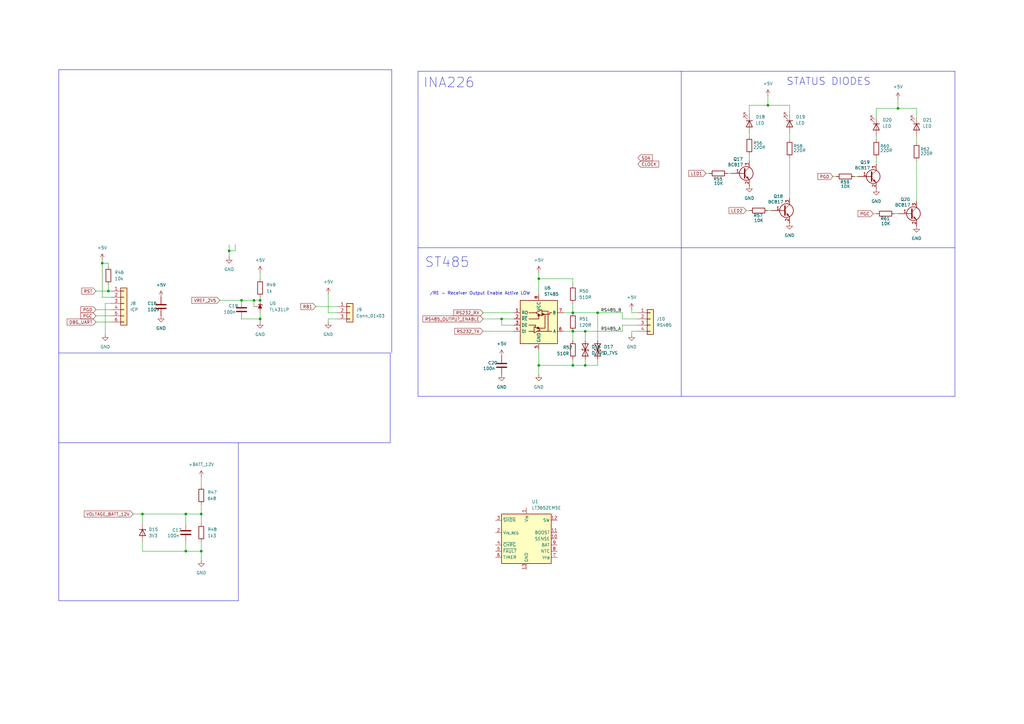
<source format=kicad_sch>
(kicad_sch (version 20231120) (generator "eeschema") (generator_version "8.0")
  (paper "A3")
  (lib_symbols
    (symbol "Battery_Management:LT3652EMSE"
      (property "Reference" "U" (at -8.382 11.43 0))
      (property "Value" "LT3652EMSE" (at 1.778 11.684 0))
      (symbol "LT3652EMSE_0_1"
        (rectangle (start -10.16 10.16) (end 10.16 -10.16) (stroke (width 0.254)) (fill (type background)))
      )
      (symbol "LT3652EMSE_1_1"
        (pin power_in line (at 0 12.7 270) (length 2.54) (name "V_{IN}") (number "1"))
        (pin input line (at 12.7 0 180) (length 2.54) (name "SENSE") (number "10"))
        (pin input line (at 12.7 2.54 180) (length 2.54) (name "BOOST") (number "11"))
        (pin output line (at 12.7 7.62 180) (length 2.54) (name "SW") (number "12"))
        (pin power_in line (at 0 -12.7 90) (length 2.54) (name "GND") (number "13"))
        (pin input line (at -12.7 2.54 0) (length 2.54) (name "V_{IN_REG}") (number "2"))
        (pin input line (at -12.7 7.62 0) (length 2.54) (name "~{SHDN}") (number "3"))
        (pin open_collector line (at -12.7 -2.54 0) (length 2.54) (name "~{CHRG}") (number "4"))
        (pin open_collector line (at -12.7 -5.08 0) (length 2.54) (name "~{FAULT}") (number "5"))
        (pin output line (at -12.7 -7.62 0) (length 2.54) (name "TIMER") (number "6"))
        (pin input line (at 12.7 -7.62 180) (length 2.54) (name "V_{FB}") (number "7"))
        (pin input line (at 12.7 -5.08 180) (length 2.54) (name "NTC") (number "8"))
        (pin output line (at 12.7 -2.54 180) (length 2.54) (name "BAT") (number "9"))
      )
    )
    (symbol "Connector_Generic:Conn_01x03" (pin_names (offset 1.016) hide)
      (property "Reference" "J" (at 0 5.08 0))
      (property "Value" "Conn_01x03" (at 0 -5.08 0))
      (symbol "Conn_01x03_1_1"
        (rectangle (start -1.27 -2.413) (end 0 -2.667) (stroke (width 0.1524)))
        (rectangle (start -1.27 0.127) (end 0 -0.127) (stroke (width 0.1524)))
        (rectangle (start -1.27 2.667) (end 0 2.413) (stroke (width 0.1524)))
        (rectangle (start -1.27 3.81) (end 1.27 -3.81) (stroke (width 0.254)) (fill (type background)))
        (pin passive line (at -5.08 2.54 0) (length 3.81) (name "Pin_1") (number "1"))
        (pin passive line (at -5.08 0 0) (length 3.81) (name "Pin_2") (number "2"))
        (pin passive line (at -5.08 -2.54 0) (length 3.81) (name "Pin_3") (number "3"))
      )
    )
    (symbol "Connector_Generic:Conn_01x04" (pin_names (offset 1.016) hide)
      (property "Reference" "J" (at 0 5.08 0))
      (property "Value" "Conn_01x04" (at 0 -7.62 0))
      (symbol "Conn_01x04_1_1"
        (rectangle (start -1.27 -4.953) (end 0 -5.207) (stroke (width 0.1524)))
        (rectangle (start -1.27 -2.413) (end 0 -2.667) (stroke (width 0.1524)))
        (rectangle (start -1.27 0.127) (end 0 -0.127) (stroke (width 0.1524)))
        (rectangle (start -1.27 2.667) (end 0 2.413) (stroke (width 0.1524)))
        (rectangle (start -1.27 3.81) (end 1.27 -6.35) (stroke (width 0.254)) (fill (type background)))
        (pin passive line (at -5.08 2.54 0) (length 3.81) (name "Pin_1") (number "1"))
        (pin passive line (at -5.08 0 0) (length 3.81) (name "Pin_2") (number "2"))
        (pin passive line (at -5.08 -2.54 0) (length 3.81) (name "Pin_3") (number "3"))
        (pin passive line (at -5.08 -5.08 0) (length 3.81) (name "Pin_4") (number "4"))
      )
    )
    (symbol "Connector_Generic:Conn_01x06" (pin_names (offset 1.016) hide)
      (property "Reference" "J" (at 0 7.62 0))
      (property "Value" "Conn_01x06" (at 0 -10.16 0))
      (symbol "Conn_01x06_1_1"
        (rectangle (start -1.27 -7.493) (end 0 -7.747) (stroke (width 0.1524)))
        (rectangle (start -1.27 -4.953) (end 0 -5.207) (stroke (width 0.1524)))
        (rectangle (start -1.27 -2.413) (end 0 -2.667) (stroke (width 0.1524)))
        (rectangle (start -1.27 0.127) (end 0 -0.127) (stroke (width 0.1524)))
        (rectangle (start -1.27 2.667) (end 0 2.413) (stroke (width 0.1524)))
        (rectangle (start -1.27 5.207) (end 0 4.953) (stroke (width 0.1524)))
        (rectangle (start -1.27 6.35) (end 1.27 -8.89) (stroke (width 0.254)) (fill (type background)))
        (pin passive line (at -5.08 5.08 0) (length 3.81) (name "Pin_1") (number "1"))
        (pin passive line (at -5.08 2.54 0) (length 3.81) (name "Pin_2") (number "2"))
        (pin passive line (at -5.08 0 0) (length 3.81) (name "Pin_3") (number "3"))
        (pin passive line (at -5.08 -2.54 0) (length 3.81) (name "Pin_4") (number "4"))
        (pin passive line (at -5.08 -5.08 0) (length 3.81) (name "Pin_5") (number "5"))
        (pin passive line (at -5.08 -7.62 0) (length 3.81) (name "Pin_6") (number "6"))
      )
    )
    (symbol "Device:C" (pin_numbers hide) (pin_names (offset 0.254))
      (property "Reference" "C" (at 0.635 2.54 0))
      (property "Value" "C" (at 0.635 -2.54 0))
      (symbol "C_0_1"
        (polyline (pts (xy -2.032 -0.762) (xy 2.032 -0.762)) (stroke (width 0.508)))
        (polyline (pts (xy -2.032 0.762) (xy 2.032 0.762)) (stroke (width 0.508)))
      )
      (symbol "C_1_1"
        (pin passive line (at 0 3.81 270) (length 2.794) (name "~") (number "1"))
        (pin passive line (at 0 -3.81 90) (length 2.794) (name "~") (number "2"))
      )
    )
    (symbol "Device:D_TVS" (pin_numbers hide) (pin_names (offset 1.016) hide)
      (property "Reference" "D" (at 0 2.54 0))
      (property "Value" "D_TVS" (at 0 -2.54 0))
      (symbol "D_TVS_0_1"
        (polyline (pts (xy 1.27 0) (xy -1.27 0)))
        (polyline (pts (xy 0.508 1.27) (xy 0 1.27) (xy 0 -1.27) (xy -0.508 -1.27)) (stroke (width 0.254)))
        (polyline (pts (xy -2.54 1.27) (xy -2.54 -1.27) (xy 2.54 1.27) (xy 2.54 -1.27) (xy -2.54 1.27)) (stroke (width 0.254)))
      )
      (symbol "D_TVS_1_1"
        (pin passive line (at -3.81 0 0) (length 2.54) (name "A1") (number "1"))
        (pin passive line (at 3.81 0 180) (length 2.54) (name "A2") (number "2"))
      )
    )
    (symbol "Device:D_Zener" (pin_numbers hide) (pin_names (offset 1.016) hide)
      (property "Reference" "D" (at 0 2.54 0))
      (property "Value" "D_Zener" (at 0 -2.54 0))
      (symbol "D_Zener_0_1"
        (polyline (pts (xy 1.27 0) (xy -1.27 0)))
        (polyline (pts (xy -1.27 -1.27) (xy -1.27 1.27) (xy -0.762 1.27)) (stroke (width 0.254)))
        (polyline (pts (xy 1.27 -1.27) (xy 1.27 1.27) (xy -1.27 0) (xy 1.27 -1.27)) (stroke (width 0.254)))
      )
      (symbol "D_Zener_1_1"
        (pin passive line (at -3.81 0 0) (length 2.54) (name "K") (number "1"))
        (pin passive line (at 3.81 0 180) (length 2.54) (name "A") (number "2"))
      )
    )
    (symbol "Device:LED" (pin_numbers hide) (pin_names (offset 1.016) hide)
      (property "Reference" "D" (at 0 2.54 0))
      (property "Value" "LED" (at 0 -2.54 0))
      (symbol "LED_0_1"
        (polyline (pts (xy -1.27 -1.27) (xy -1.27 1.27)) (stroke (width 0.254)))
        (polyline (pts (xy -1.27 0) (xy 1.27 0)))
        (polyline (pts (xy 1.27 -1.27) (xy 1.27 1.27) (xy -1.27 0) (xy 1.27 -1.27)) (stroke (width 0.254)))
        (polyline (pts (xy -3.048 -0.762) (xy -4.572 -2.286) (xy -3.81 -2.286) (xy -4.572 -2.286) (xy -4.572 -1.524)))
        (polyline (pts (xy -1.778 -0.762) (xy -3.302 -2.286) (xy -2.54 -2.286) (xy -3.302 -2.286) (xy -3.302 -1.524)))
      )
      (symbol "LED_1_1"
        (pin passive line (at -3.81 0 0) (length 2.54) (name "K") (number "1"))
        (pin passive line (at 3.81 0 180) (length 2.54) (name "A") (number "2"))
      )
    )
    (symbol "Device:R" (pin_numbers hide) (pin_names (offset 0))
      (property "Reference" "R" (at 2.032 0 90))
      (property "Value" "R" (at 0 0 90))
      (symbol "R_0_1"
        (rectangle (start -1.016 -2.54) (end 1.016 2.54) (stroke (width 0.254)))
      )
      (symbol "R_1_1"
        (pin passive line (at 0 3.81 270) (length 1.27) (name "~") (number "1"))
        (pin passive line (at 0 -3.81 90) (length 1.27) (name "~") (number "2"))
      )
    )
    (symbol "Interface_UART:ST485EBDR"
      (property "Reference" "U" (at -6.35 8.89 0))
      (property "Value" "ST485EBDR" (at 1.27 8.89 0))
      (symbol "ST485EBDR_0_1"
        (rectangle (start -7.62 7.62) (end 7.62 -10.16) (stroke (width 0.254)) (fill (type background)))
        (circle (center -0.3048 -3.683) (radius 0.3556) (stroke (width 0.254)) (fill (type outline)))
        (circle (center -0.0254 1.4986) (radius 0.3556) (stroke (width 0.254)) (fill (type outline)))
        (polyline (pts (xy -4.064 -5.08) (xy -1.905 -5.08)) (stroke (width 0.254)))
        (polyline (pts (xy -4.064 2.54) (xy -1.27 2.54)) (stroke (width 0.254)))
        (polyline (pts (xy -1.27 -3.2004) (xy -1.27 -3.4544)) (stroke (width 0.254)))
        (polyline (pts (xy -0.635 -5.08) (xy 5.334 -5.08)) (stroke (width 0.254)))
        (polyline (pts (xy -4.064 -2.54) (xy -1.27 -2.54) (xy -1.27 -3.175)) (stroke (width 0.254)))
        (polyline (pts (xy 0 1.27) (xy 0 0) (xy -4.064 0)) (stroke (width 0.254)))
        (polyline (pts (xy 1.27 3.175) (xy 3.81 3.175) (xy 3.81 -5.08)) (stroke (width 0.254)))
        (polyline (pts (xy 2.54 1.905) (xy 2.54 -3.81) (xy 0 -3.81)) (stroke (width 0.254)))
        (polyline (pts (xy -1.905 -3.175) (xy -1.905 -5.715) (xy 0.635 -4.445) (xy -1.905 -3.175)) (stroke (width 0.254)))
        (polyline (pts (xy -1.27 2.54) (xy 1.27 3.81) (xy 1.27 1.27) (xy -1.27 2.54)) (stroke (width 0.254)))
        (polyline (pts (xy 1.905 1.905) (xy 4.445 1.905) (xy 4.445 2.54) (xy 5.334 2.54)) (stroke (width 0.254)))
        (rectangle (start 1.27 3.175) (end 1.27 3.175))
        (circle (center 1.651 1.905) (radius 0.3556) (stroke (width 0.254)) (fill (type outline)))
      )
      (symbol "ST485EBDR_1_1"
        (pin output line (at -10.16 2.54 0) (length 2.54) (name "RO") (number "1"))
        (pin input line (at -10.16 0 0) (length 2.54) (name "~{RE}") (number "2"))
        (pin input line (at -10.16 -2.54 0) (length 2.54) (name "DE") (number "3"))
        (pin input line (at -10.16 -5.08 0) (length 2.54) (name "DI") (number "4"))
        (pin power_in line (at 0 -12.7 90) (length 2.54) (name "GND") (number "5"))
        (pin bidirectional line (at 10.16 -5.08 180) (length 2.54) (name "A") (number "6"))
        (pin bidirectional line (at 10.16 2.54 180) (length 2.54) (name "B") (number "7"))
        (pin power_in line (at 0 10.16 270) (length 2.54) (name "VCC") (number "8"))
      )
    )
    (symbol "Reference_Voltage:TL431LP" (pin_numbers hide) (pin_names hide)
      (property "Reference" "U" (at -2.54 2.54 0))
      (property "Value" "TL431LP" (at 0 -2.54 0))
      (symbol "TL431LP_0_1"
        (polyline (pts (xy -1.27 0) (xy 0 0) (xy 1.27 0)))
        (polyline (pts (xy -0.762 0.762) (xy 0.762 0) (xy -0.762 -0.762)) (fill (type outline)))
        (polyline (pts (xy 0.508 -1.016) (xy 0.762 -0.762) (xy 0.762 0.762) (xy 0.762 0.762)) (stroke (width 0.254)))
      )
      (symbol "TL431LP_1_1"
        (pin passive line (at 0 2.54 270) (length 2.54) (name "REF") (number "1"))
        (pin passive line (at -2.54 0 0) (length 2.54) (name "A") (number "2"))
        (pin passive line (at 2.54 0 180) (length 2.54) (name "K") (number "3"))
      )
    )
    (symbol "Transistor_BJT:BC817" (pin_names (offset 0) hide)
      (property "Reference" "Q" (at 5.08 1.905 0))
      (property "Value" "BC817" (at 5.08 0 0))
      (symbol "BC817_0_1"
        (polyline (pts (xy 0.635 0.635) (xy 2.54 2.54)))
        (polyline (pts (xy 0.635 -0.635) (xy 2.54 -2.54) (xy 2.54 -2.54)))
        (polyline (pts (xy 0.635 1.905) (xy 0.635 -1.905) (xy 0.635 -1.905)) (stroke (width 0.508)))
        (polyline (pts (xy 1.27 -1.778) (xy 1.778 -1.27) (xy 2.286 -2.286) (xy 1.27 -1.778) (xy 1.27 -1.778)) (fill (type outline)))
        (circle (center 1.27 0) (radius 2.8194) (stroke (width 0.254)))
      )
      (symbol "BC817_1_1"
        (pin input line (at -5.08 0 0) (length 5.715) (name "B") (number "1"))
        (pin passive line (at 2.54 -5.08 90) (length 2.54) (name "E") (number "2"))
        (pin passive line (at 2.54 5.08 270) (length 2.54) (name "C") (number "3"))
      )
    )
    (symbol "power:+5V" (power) (pin_numbers hide) (pin_names (offset 0) hide)
      (property "Value" "+5V" (at 0 3.556 0))
      (symbol "+5V_0_1"
        (polyline (pts (xy -0.762 1.27) (xy 0 2.54)))
        (polyline (pts (xy 0 0) (xy 0 2.54)))
        (polyline (pts (xy 0 2.54) (xy 0.762 1.27)))
      )
      (symbol "+5V_1_1"
        (pin power_in line (at 0 0 90) (length 0) (name "~") (number "1"))
      )
    )
    (symbol "power:+BATT" (power) (pin_numbers hide) (pin_names (offset 0) hide)
      (property "Value" "+BATT" (at 0 3.556 0))
      (symbol "+BATT_0_1"
        (polyline (pts (xy -0.762 1.27) (xy 0 2.54)))
        (polyline (pts (xy 0 0) (xy 0 2.54)))
        (polyline (pts (xy 0 2.54) (xy 0.762 1.27)))
      )
      (symbol "+BATT_1_1"
        (pin power_in line (at 0 0 90) (length 0) (name "~") (number "1"))
      )
    )
    (symbol "power:GND" (power) (pin_numbers hide) (pin_names (offset 0) hide)
      (property "Value" "GND" (at 0 -3.81 0))
      (symbol "GND_0_1"
        (polyline (pts (xy 0 0) (xy 0 -1.27) (xy 1.27 -1.27) (xy 0 -2.54) (xy -1.27 -1.27) (xy 0 -1.27)))
      )
      (symbol "GND_1_1"
        (pin power_in line (at 0 0 270) (length 0) (name "~") (number "1"))
      )
    )
  )
  (junction (at 93.98 102.87))
  (junction (at 106.68 123.19))
  (junction (at 44.45 119.38))
  (junction (at 245.11 128.27))
  (junction (at 234.95 149.86))
  (junction (at 220.98 114.3))
  (junction (at 76.2 210.82))
  (junction (at 240.03 135.89))
  (junction (at 82.55 226.06))
  (junction (at 99.06 123.19))
  (junction (at 104.14 123.19))
  (junction (at 314.96 43.18))
  (junction (at 220.98 149.86))
  (junction (at 41.91 107.95))
  (junction (at 76.2 226.06))
  (junction (at 368.3 44.45))
  (junction (at 234.95 135.89))
  (junction (at 58.42 210.82))
  (junction (at 234.95 128.27))
  (junction (at 240.03 149.86))
  (junction (at 106.68 130.81))
  (junction (at 82.55 210.82))
  (junction (at 205.74 130.81))
  (wire (pts (xy 45.72 124.46) (xy 43.18 124.46)))
  (wire (pts (xy 306.07 86.36) (xy 307.34 86.36)))
  (wire (pts (xy 138.43 130.81) (xy 134.62 130.81)))
  (wire (pts (xy 41.91 107.95) (xy 44.45 107.95)))
  (wire (pts (xy 314.96 43.18) (xy 323.85 43.18)))
  (polyline (pts (xy 160.02 144.78) (xy 160.02 181.61)))
  (wire (pts (xy 76.2 210.82) (xy 82.55 210.82)))
  (wire (pts (xy 368.3 40.64) (xy 368.3 44.45)))
  (wire (pts (xy 82.55 226.06) (xy 82.55 229.87)))
  (wire (pts (xy 255.27 133.35) (xy 255.27 135.89)))
  (wire (pts (xy 231.14 128.27) (xy 234.95 128.27)))
  (polyline (pts (xy 160.655 28.575) (xy 160.655 144.78)))
  (wire (pts (xy 323.85 64.77) (xy 323.85 81.28)))
  (wire (pts (xy 76.2 210.82) (xy 76.2 214.63)))
  (wire (pts (xy 82.55 207.01) (xy 82.55 210.82)))
  (wire (pts (xy 41.91 107.95) (xy 41.91 121.92)))
  (wire (pts (xy 198.12 128.27) (xy 210.82 128.27)))
  (wire (pts (xy 261.62 133.35) (xy 255.27 133.35)))
  (wire (pts (xy 259.08 137.16) (xy 259.08 135.89)))
  (wire (pts (xy 307.34 54.61) (xy 307.34 55.88)))
  (wire (pts (xy 76.2 222.25) (xy 76.2 226.06)))
  (polyline (pts (xy 24.13 181.61) (xy 97.79 181.61)))
  (wire (pts (xy 99.06 123.19) (xy 104.14 123.19)))
  (wire (pts (xy 106.68 121.92) (xy 106.68 123.19)))
  (wire (pts (xy 259.08 128.27) (xy 259.08 127)))
  (wire (pts (xy 129.54 125.73) (xy 138.43 125.73)))
  (wire (pts (xy 245.11 147.32) (xy 245.11 149.86)))
  (wire (pts (xy 96.52 102.87) (xy 96.52 100.33)))
  (wire (pts (xy 359.41 64.77) (xy 359.41 67.31)))
  (wire (pts (xy 234.95 135.89) (xy 240.03 135.89)))
  (wire (pts (xy 210.82 133.35) (xy 205.74 133.35)))
  (wire (pts (xy 234.95 124.46) (xy 234.95 128.27)))
  (polyline (pts (xy 97.79 246.38) (xy 97.79 181.61)))
  (wire (pts (xy 76.2 226.06) (xy 58.42 226.06)))
  (polyline (pts (xy 279.4 162.56) (xy 391.668 162.56)))
  (wire (pts (xy 205.74 130.81) (xy 210.82 130.81)))
  (wire (pts (xy 44.45 109.22) (xy 44.45 107.95)))
  (wire (pts (xy 39.37 129.54) (xy 45.72 129.54)))
  (wire (pts (xy 104.14 125.73) (xy 104.14 123.19)))
  (wire (pts (xy 39.37 127) (xy 45.72 127)))
  (wire (pts (xy 255.27 130.81) (xy 255.27 128.27)))
  (polyline (pts (xy 171.45 101.6) (xy 171.45 29.21)))
  (wire (pts (xy 359.41 44.45) (xy 359.41 48.26)))
  (wire (pts (xy 39.37 119.38) (xy 44.45 119.38)))
  (wire (pts (xy 245.11 128.27) (xy 245.11 139.7)))
  (wire (pts (xy 259.08 135.89) (xy 261.62 135.89)))
  (wire (pts (xy 39.37 132.08) (xy 45.72 132.08)))
  (wire (pts (xy 58.42 210.82) (xy 58.42 214.63)))
  (wire (pts (xy 93.98 100.33) (xy 93.98 102.87)))
  (wire (pts (xy 44.45 116.84) (xy 44.45 119.38)))
  (wire (pts (xy 99.06 130.81) (xy 106.68 130.81)))
  (wire (pts (xy 198.12 135.89) (xy 210.82 135.89)))
  (wire (pts (xy 307.34 43.18) (xy 314.96 43.18)))
  (wire (pts (xy 375.92 66.04) (xy 375.92 82.55)))
  (wire (pts (xy 341.63 72.39) (xy 342.9 72.39)))
  (wire (pts (xy 82.55 210.82) (xy 82.55 214.63)))
  (wire (pts (xy 240.03 149.86) (xy 234.95 149.86)))
  (wire (pts (xy 234.95 116.84) (xy 234.95 114.3)))
  (wire (pts (xy 93.98 102.87) (xy 93.98 105.41)))
  (polyline (pts (xy 391.668 162.56) (xy 391.668 101.6)))
  (wire (pts (xy 45.72 121.92) (xy 41.91 121.92)))
  (wire (pts (xy 90.17 123.19) (xy 99.06 123.19)))
  (wire (pts (xy 82.55 222.25) (xy 82.55 226.06)))
  (wire (pts (xy 134.62 120.65) (xy 134.62 128.27)))
  (wire (pts (xy 234.95 149.86) (xy 220.98 149.86)))
  (wire (pts (xy 104.14 123.19) (xy 106.68 123.19)))
  (wire (pts (xy 93.98 102.87) (xy 96.52 102.87)))
  (wire (pts (xy 41.91 106.68) (xy 41.91 107.95)))
  (polyline (pts (xy 24.13 28.575) (xy 160.655 28.575)))
  (wire (pts (xy 307.34 43.18) (xy 307.34 46.99)))
  (polyline (pts (xy 171.45 101.6) (xy 279.4 101.6)))
  (wire (pts (xy 245.11 128.27) (xy 255.27 128.27)))
  (wire (pts (xy 234.95 114.3) (xy 220.98 114.3)))
  (polyline (pts (xy 171.45 162.56) (xy 171.45 101.6)))
  (polyline (pts (xy 279.4 101.6) (xy 391.668 101.6)))
  (wire (pts (xy 82.55 226.06) (xy 76.2 226.06)))
  (wire (pts (xy 58.42 226.06) (xy 58.42 222.25)))
  (wire (pts (xy 368.3 44.45) (xy 375.92 44.45)))
  (wire (pts (xy 359.41 55.88) (xy 359.41 57.15)))
  (wire (pts (xy 220.98 111.76) (xy 220.98 114.3)))
  (wire (pts (xy 44.45 119.38) (xy 45.72 119.38)))
  (wire (pts (xy 314.96 86.36) (xy 316.23 86.36)))
  (wire (pts (xy 138.43 128.27) (xy 134.62 128.27)))
  (wire (pts (xy 54.61 210.82) (xy 58.42 210.82)))
  (polyline (pts (xy 391.668 29.21) (xy 279.4 29.21)))
  (wire (pts (xy 350.52 72.39) (xy 351.79 72.39)))
  (wire (pts (xy 240.03 147.32) (xy 240.03 149.86)))
  (wire (pts (xy 234.95 135.89) (xy 234.95 139.7)))
  (wire (pts (xy 375.92 44.45) (xy 375.92 48.26)))
  (wire (pts (xy 323.85 43.18) (xy 323.85 46.99)))
  (wire (pts (xy 358.14 87.63) (xy 359.41 87.63)))
  (polyline (pts (xy 24.13 246.38) (xy 97.79 246.38)))
  (polyline (pts (xy 24.13 181.61) (xy 24.13 28.575)))
  (wire (pts (xy 220.98 114.3) (xy 220.98 120.65)))
  (polyline (pts (xy 171.45 29.21) (xy 279.4 29.21)))
  (wire (pts (xy 240.03 135.89) (xy 255.27 135.89)))
  (wire (pts (xy 375.92 55.88) (xy 375.92 58.42)))
  (wire (pts (xy 58.42 210.82) (xy 76.2 210.82)))
  (wire (pts (xy 307.34 63.5) (xy 307.34 66.04)))
  (wire (pts (xy 205.74 133.35) (xy 205.74 130.81)))
  (wire (pts (xy 106.68 128.27) (xy 106.68 130.81)))
  (polyline (pts (xy 279.4 162.56) (xy 279.4 29.21)))
  (wire (pts (xy 106.68 111.76) (xy 106.68 114.3)))
  (wire (pts (xy 231.14 135.89) (xy 234.95 135.89)))
  (wire (pts (xy 289.56 71.12) (xy 290.83 71.12)))
  (wire (pts (xy 43.18 124.46) (xy 43.18 137.16)))
  (wire (pts (xy 245.11 149.86) (xy 240.03 149.86)))
  (wire (pts (xy 261.62 130.81) (xy 255.27 130.81)))
  (polyline (pts (xy 391.668 101.6) (xy 391.668 29.21)))
  (polyline (pts (xy 24.13 181.61) (xy 24.13 246.38)))
  (wire (pts (xy 314.96 39.37) (xy 314.96 43.18)))
  (polyline (pts (xy 160.02 181.61) (xy 97.79 181.61)))
  (wire (pts (xy 106.68 130.81) (xy 106.68 132.08)))
  (wire (pts (xy 134.62 130.81) (xy 134.62 132.08)))
  (wire (pts (xy 234.95 128.27) (xy 245.11 128.27)))
  (polyline (pts (xy 24.13 144.78) (xy 160.02 144.78)))
  (wire (pts (xy 82.55 195.58) (xy 82.55 199.39)))
  (wire (pts (xy 220.98 143.51) (xy 220.98 149.86)))
  (wire (pts (xy 261.62 128.27) (xy 259.08 128.27)))
  (wire (pts (xy 367.03 87.63) (xy 368.3 87.63)))
  (wire (pts (xy 220.98 149.86) (xy 220.98 153.67)))
  (polyline (pts (xy 171.45 162.56) (xy 279.4 162.56)))
  (wire (pts (xy 368.3 44.45) (xy 359.41 44.45)))
  (wire (pts (xy 198.12 130.81) (xy 205.74 130.81)))
  (wire (pts (xy 323.85 54.61) (xy 323.85 57.15)))
  (wire (pts (xy 234.95 147.32) (xy 234.95 149.86)))
  (wire (pts (xy 298.45 71.12) (xy 299.72 71.12)))
  (wire (pts (xy 240.03 135.89) (xy 240.03 139.7)))
  (text "INA226\n" (at 184.15 34.036 0) (effects (font (size 4 4))))
  (text "ST485" (at 183.388 107.696 0) (effects (font (size 4 4))))
  (text "/RE - Receiver Output Enable Active LOW" (at 196.85 120.396 0) (effects (font (size 1.27 1.27))))
  (text "STATUS DIODES" (at 339.852 33.528 0) (effects (font (size 3 3))))
  (label "RS485_A" (at 246.38 135.89 0))
  (label "RS485_B" (at 246.38 128.27 0))
  (global_label "VOLTAGE_BATT_12V" (shape input) (at 54.61 210.82 180) (property "Intersheetrefs" "${INTERSHEET_REFS}" (effects (hide yes))))
  (global_label "RS232_RX" (shape input) (at 198.12 128.27 180) (property "Intersheetrefs" "${INTERSHEET_REFS}" (effects (hide yes))))
  (global_label "PGD" (shape input) (at 341.63 72.39 180) (property "Intersheetrefs" "${INTERSHEET_REFS}" (effects (hide yes))))
  (global_label "RST" (shape input) (at 39.37 119.38 180) (property "Intersheetrefs" "${INTERSHEET_REFS}" (effects (hide yes))))
  (global_label "SDA" (shape input) (at 261.62 64.77 0) (property "Intersheetrefs" "${INTERSHEET_REFS}" (effects (hide yes))))
  (global_label "VREF_2V5" (shape input) (at 90.17 123.19 180) (property "Intersheetrefs" "${INTERSHEET_REFS}" (effects (hide yes))))
  (global_label "CLOCK" (shape input) (at 261.62 67.31 0) (property "Intersheetrefs" "${INTERSHEET_REFS}" (effects (hide yes))))
  (global_label "RS485_OUTPUT_ENABLE" (shape input) (at 198.12 130.81 180) (property "Intersheetrefs" "${INTERSHEET_REFS}" (effects (hide yes))))
  (global_label "RS232_TX" (shape input) (at 198.12 135.89 180) (property "Intersheetrefs" "${INTERSHEET_REFS}" (effects (hide yes))))
  (global_label "PGC" (shape input) (at 358.14 87.63 180) (property "Intersheetrefs" "${INTERSHEET_REFS}" (effects (hide yes))))
  (global_label "LED1" (shape input) (at 289.56 71.12 180) (property "Intersheetrefs" "${INTERSHEET_REFS}" (effects (hide yes))))
  (global_label "PGC" (shape input) (at 39.37 129.54 180) (property "Intersheetrefs" "${INTERSHEET_REFS}" (effects (hide yes))))
  (global_label "LED2" (shape input) (at 306.07 86.36 180) (property "Intersheetrefs" "${INTERSHEET_REFS}" (effects (hide yes))))
  (global_label "RB1" (shape input) (at 129.54 125.73 180) (property "Intersheetrefs" "${INTERSHEET_REFS}" (effects (hide yes))))
  (global_label "PGD" (shape input) (at 39.37 127 180) (property "Intersheetrefs" "${INTERSHEET_REFS}" (effects (hide yes))))
  (global_label "DBG_UART" (shape input) (at 39.37 132.08 180) (property "Intersheetrefs" "${INTERSHEET_REFS}" (effects (hide yes))))
  (symbol (lib_id "power:GND") (at 66.04 129.54 0) (unit 1)
    (property "Reference" "#PWR056" (effects (hide yes)))
    (property "Value" "GND" (at 66.04 134.62 0))
    (property "Description" "Power symbol creates a global label with name \"GND\" , ground" (effects (hide yes)))
  )
  (symbol (lib_id "Device:R") (at 82.55 203.2 0) (unit 1)
    (property "Reference" "R47" (at 85.09 201.9299 0) (effects (justify left)))
    (property "Value" "6k8" (at 85.09 204.4699 0) (effects (justify left)))
    (property "Footprint" "Resistor_SMD:R_0805_2012Metric_Pad1.20x1.40mm_HandSolder" (effects (hide yes)))
    (property "Description" "Resistor" (effects (hide yes)))
  )
  (symbol (lib_id "power:+5V") (at 368.3 40.64 0) (unit 1)
    (property "Reference" "#PWR086" (effects (hide yes)))
    (property "Value" "+5V" (at 368.3 35.56 0))
    (property "Description" "Power symbol creates a global label with name \"+5V\"" (effects (hide yes)))
  )
  (symbol (lib_id "power:GND") (at 43.18 137.16 0) (unit 1)
    (property "Reference" "#PWR054" (effects (hide yes)))
    (property "Value" "GND" (at 43.18 142.24 0))
    (property "Description" "Power symbol creates a global label with name \"GND\" , ground" (effects (hide yes)))
  )
  (symbol (lib_id "power:+5V") (at 41.91 106.68 0) (unit 1)
    (property "Reference" "#PWR053" (effects (hide yes)))
    (property "Value" "+5V" (at 41.91 101.6 0))
    (property "Description" "Power symbol creates a global label with name \"+5V\"" (effects (hide yes)))
  )
  (symbol (lib_id "Interface_UART:ST485EBDR") (at 220.98 130.81 0) (unit 1)
    (property "Reference" "U6" (at 223.1741 118.11 0) (effects (justify left)))
    (property "Value" "ST485" (at 223.1741 120.65 0) (effects (justify left)))
    (property "Footprint" "Package_SO:SOIC-8_3.9x4.9mm_P1.27mm" (effects (hide yes)))
    (property "Datasheet" "http://www.st.com/resource/en/datasheet/st485eb.pdf" (effects (hide yes)))
    (property "Description" "Half duplex RS-485/RS-422, 5 Mbps, ±15kV electro-static discharge (ESD) protection, no slew-rate, with low-power shutdown, with receiver/driver enable, 256 transceiver on the bus - 40 to 85 °C, SOIC-8" (effects (hide yes)))
  )
  (symbol (lib_id "power:GND") (at 93.98 105.41 0) (unit 1)
    (property "Reference" "#PWR062" (effects (hide yes)))
    (property "Value" "GND" (at 93.98 110.49 0))
    (property "Description" "Power symbol creates a global label with name \"GND\" , ground" (effects (hide yes)))
  )
  (symbol (lib_id "Device:LED") (at 359.41 52.07 270) (unit 1)
    (property "Reference" "D20" (at 361.95 49.2124 90) (effects (justify left)))
    (property "Value" "LED" (at 361.95 51.7524 90) (effects (justify left)))
    (property "Footprint" "LED_THT:LED_D5.0mm" (effects (hide yes)))
    (property "Description" "Light emitting diode" (effects (hide yes)))
  )
  (symbol (lib_id "Device:C") (at 66.04 125.73 0) (unit 1)
    (property "Reference" "C16" (at 60.452 124.46 0) (effects (justify left)))
    (property "Value" "100n" (at 60.452 127 0) (effects (justify left)))
    (property "Footprint" "Capacitor_SMD:C_0805_2012Metric_Pad1.18x1.45mm_HandSolder" (effects (hide yes)))
    (property "Description" "Unpolarized capacitor" (effects (hide yes)))
  )
  (symbol (lib_id "power:GND") (at 106.68 132.08 0) (unit 1)
    (property "Reference" "#PWR064" (effects (hide yes)))
    (property "Value" "GND" (at 106.68 137.16 0))
    (property "Description" "Power symbol creates a global label with name \"GND\" , ground" (effects (hide yes)))
  )
  (symbol (lib_id "Device:R") (at 375.92 62.23 180) (unit 1)
    (property "Reference" "R62" (at 377.444 61.214 0) (effects (justify right)))
    (property "Value" "220R" (at 377.444 62.992 0) (effects (justify right)))
    (property "Footprint" "Resistor_SMD:R_0805_2012Metric_Pad1.20x1.40mm_HandSolder" (effects (hide yes)))
    (property "Description" "Resistor" (effects (hide yes)))
  )
  (symbol (lib_id "Device:R") (at 82.55 218.44 0) (unit 1)
    (property "Reference" "R48" (at 85.09 217.1699 0) (effects (justify left)))
    (property "Value" "1k3" (at 85.09 219.7099 0) (effects (justify left)))
    (property "Footprint" "Resistor_SMD:R_0805_2012Metric_Pad1.20x1.40mm_HandSolder" (effects (hide yes)))
    (property "Description" "Resistor" (effects (hide yes)))
  )
  (symbol (lib_id "Device:LED") (at 307.34 50.8 270) (unit 1)
    (property "Reference" "D18" (at 309.88 47.9424 90) (effects (justify left)))
    (property "Value" "LED" (at 309.88 50.4824 90) (effects (justify left)))
    (property "Footprint" "LED_THT:LED_D5.0mm" (effects (hide yes)))
    (property "Description" "Light emitting diode" (effects (hide yes)))
  )
  (symbol (lib_id "Device:R") (at 106.68 118.11 0) (unit 1)
    (property "Reference" "R49" (at 109.22 116.8399 0) (effects (justify left)))
    (property "Value" "1k" (at 109.22 119.3799 0) (effects (justify left)))
    (property "Footprint" "Resistor_SMD:R_0805_2012Metric_Pad1.20x1.40mm_HandSolder" (effects (hide yes)))
    (property "Description" "Resistor" (effects (hide yes)))
  )
  (symbol (lib_id "Device:R") (at 307.34 59.69 180) (unit 1)
    (property "Reference" "R56" (at 308.864 58.674 0) (effects (justify right)))
    (property "Value" "220R" (at 308.864 60.452 0) (effects (justify right)))
    (property "Footprint" "Resistor_SMD:R_0805_2012Metric_Pad1.20x1.40mm_HandSolder" (effects (hide yes)))
    (property "Description" "Resistor" (effects (hide yes)))
  )
  (symbol (lib_id "Device:R") (at 311.15 86.36 270) (unit 1)
    (property "Reference" "R57" (at 312.928 88.392 90) (effects (justify right)))
    (property "Value" "10K" (at 313.182 90.424 90) (effects (justify right)))
    (property "Footprint" "Resistor_SMD:R_0805_2012Metric_Pad1.20x1.40mm_HandSolder" (effects (hide yes)))
    (property "Description" "Resistor" (effects (hide yes)))
  )
  (symbol (lib_id "Device:R") (at 234.95 143.51 0) (unit 1)
    (property "Reference" "R52" (at 230.886 142.494 0) (effects (justify left)))
    (property "Value" "510R" (at 228.346 145.034 0) (effects (justify left)))
    (property "Footprint" "Resistor_SMD:R_0805_2012Metric_Pad1.20x1.40mm_HandSolder" (effects (hide yes)))
    (property "Description" "Resistor" (effects (hide yes)))
  )
  (symbol (lib_id "Device:R") (at 234.95 132.08 0) (unit 1)
    (property "Reference" "R51" (at 237.49 130.8099 0) (effects (justify left)))
    (property "Value" "120R" (at 237.49 133.3499 0) (effects (justify left)))
    (property "Footprint" "Resistor_SMD:R_0805_2012Metric_Pad1.20x1.40mm_HandSolder" (effects (hide yes)))
    (property "Description" "Resistor" (effects (hide yes)))
  )
  (symbol (lib_id "power:GND") (at 205.74 153.67 0) (unit 1)
    (property "Reference" "#PWR073" (effects (hide yes)))
    (property "Value" "GND" (at 205.74 158.75 0))
    (property "Description" "Power symbol creates a global label with name \"GND\" , ground" (effects (hide yes)))
  )
  (symbol (lib_id "Device:R") (at 44.45 113.03 0) (unit 1)
    (property "Reference" "R46" (at 46.99 111.7599 0) (effects (justify left)))
    (property "Value" "10k" (at 46.99 114.2999 0) (effects (justify left)))
    (property "Footprint" "Resistor_SMD:R_0805_2012Metric_Pad1.20x1.40mm_HandSolder" (effects (hide yes)))
    (property "Description" "Resistor" (effects (hide yes)))
  )
  (symbol (lib_id "Device:LED") (at 375.92 52.07 270) (unit 1)
    (property "Reference" "D21" (at 378.46 49.2124 90) (effects (justify left)))
    (property "Value" "LED" (at 378.46 51.7524 90) (effects (justify left)))
    (property "Footprint" "LED_THT:LED_D5.0mm" (effects (hide yes)))
    (property "Description" "Light emitting diode" (effects (hide yes)))
  )
  (symbol (lib_id "Connector_Generic:Conn_01x03") (at 143.51 128.27 0) (unit 1)
    (property "Reference" "J9" (at 146.05 126.9999 0) (effects (justify left)))
    (property "Value" "Conn_01x03" (at 146.05 129.5399 0) (effects (justify left)))
    (property "Footprint" "Connector_PinHeader_2.54mm:PinHeader_1x03_P2.54mm_Vertical" (effects (hide yes)))
    (property "Description" "Generic connector, single row, 01x03, script generated (kicad-library-utils/schlib/autogen/connector/)" (effects (hide yes)))
  )
  (symbol (lib_id "Transistor_BJT:BC817") (at 356.87 72.39 0) (unit 1)
    (property "Reference" "Q19" (at 352.806 66.548 0) (effects (justify left)))
    (property "Value" "BC817" (at 350.52 68.834 0) (effects (justify left)))
    (property "Footprint" "Package_TO_SOT_SMD:SOT-23" (effects (hide yes)))
    (property "Datasheet" "http://www.fairchildsemi.com/ds/BC/BC817.pdf" (effects (hide yes)))
  )
  (symbol (lib_id "Device:D_TVS") (at 245.11 143.51 90) (unit 1)
    (property "Reference" "D17" (at 247.65 142.2399 90) (effects (justify right)))
    (property "Value" "D_TVS" (at 247.65 144.7799 90) (effects (justify right)))
    (property "Footprint" "Diode_SMD:D_SMC" (effects (hide yes)))
    (property "Description" "Bidirectional transient-voltage-suppression diode" (effects (hide yes)))
  )
  (symbol (lib_id "Device:R") (at 363.22 87.63 270) (unit 1)
    (property "Reference" "R61" (at 364.998 89.662 90) (effects (justify right)))
    (property "Value" "10K" (at 365.252 91.694 90) (effects (justify right)))
    (property "Footprint" "Resistor_SMD:R_0805_2012Metric_Pad1.20x1.40mm_HandSolder" (effects (hide yes)))
    (property "Description" "Resistor" (effects (hide yes)))
  )
  (symbol (lib_id "power:+5V") (at 314.96 39.37 0) (unit 1)
    (property "Reference" "#PWR083" (effects (hide yes)))
    (property "Value" "+5V" (at 314.96 34.29 0))
    (property "Description" "Power symbol creates a global label with name \"+5V\"" (effects (hide yes)))
  )
  (symbol (lib_id "power:GND") (at 307.34 76.2 0) (unit 1)
    (property "Reference" "#PWR082" (effects (hide yes)))
    (property "Value" "GND" (at 307.34 81.28 0))
    (property "Description" "Power symbol creates a global label with name \"GND\" , ground" (effects (hide yes)))
  )
  (symbol (lib_id "Device:R") (at 323.85 60.96 180) (unit 1)
    (property "Reference" "R58" (at 325.374 59.944 0) (effects (justify right)))
    (property "Value" "220R" (at 325.374 61.722 0) (effects (justify right)))
    (property "Footprint" "Resistor_SMD:R_0805_2012Metric_Pad1.20x1.40mm_HandSolder" (effects (hide yes)))
    (property "Description" "Resistor" (effects (hide yes)))
  )
  (symbol (lib_id "power:+5V") (at 205.74 146.05 0) (unit 1)
    (property "Reference" "#PWR072" (effects (hide yes)))
    (property "Value" "+5V" (at 205.74 140.97 0))
    (property "Description" "Power symbol creates a global label with name \"+5V\"" (effects (hide yes)))
  )
  (symbol (lib_id "Transistor_BJT:BC817") (at 373.38 87.63 0) (unit 1)
    (property "Reference" "Q20" (at 369.316 81.788 0) (effects (justify left)))
    (property "Value" "BC817" (at 367.03 84.074 0) (effects (justify left)))
    (property "Footprint" "Package_TO_SOT_SMD:SOT-23" (effects (hide yes)))
    (property "Datasheet" "http://www.fairchildsemi.com/ds/BC/BC817.pdf" (effects (hide yes)))
  )
  (symbol (lib_id "power:+5V") (at 220.98 111.76 0) (unit 1)
    (property "Reference" "#PWR076" (effects (hide yes)))
    (property "Value" "+5V" (at 220.98 106.68 0))
    (property "Description" "Power symbol creates a global label with name \"+5V\"" (effects (hide yes)))
  )
  (symbol (lib_id "power:+5V") (at 134.62 120.65 0) (unit 1)
    (property "Reference" "#PWR067" (effects (hide yes)))
    (property "Value" "+5V" (at 134.62 115.57 0))
    (property "Description" "Power symbol creates a global label with name \"+5V\"" (effects (hide yes)))
  )
  (symbol (lib_id "power:GND") (at 82.55 229.87 0) (unit 1)
    (property "Reference" "#PWR058" (effects (hide yes)))
    (property "Value" "GND" (at 82.55 234.95 0))
    (property "Description" "Power symbol creates a global label with name \"GND\" , ground" (effects (hide yes)))
  )
  (symbol (lib_id "Device:C") (at 76.2 218.44 0) (unit 1)
    (property "Reference" "C17" (at 70.612 217.424 0) (effects (justify left)))
    (property "Value" "100n" (at 68.58 219.71 0) (effects (justify left)))
    (property "Footprint" "Capacitor_SMD:C_0805_2012Metric_Pad1.18x1.45mm_HandSolder" (effects (hide yes)))
    (property "Description" "Unpolarized capacitor" (effects (hide yes)))
  )
  (symbol (lib_id "power:GND") (at 259.08 137.16 0) (unit 1)
    (property "Reference" "#PWR081" (effects (hide yes)))
    (property "Value" "GND" (at 259.08 142.24 0))
    (property "Description" "Power symbol creates a global label with name \"GND\" , ground" (effects (hide yes)))
  )
  (symbol (lib_id "Reference_Voltage:TL431LP") (at 106.68 125.73 90) (unit 1)
    (property "Reference" "U5" (at 110.49 124.4599 90) (effects (justify right)))
    (property "Value" "TL431LP" (at 110.49 126.9999 90) (effects (justify right)))
    (property "Footprint" "Package_TO_SOT_THT:TO-92_Inline" (effects (hide yes)))
    (property "Datasheet" "http://www.ti.com/lit/ds/symlink/tl431.pdf" (effects (hide yes)))
    (property "Description" "Shunt Regulator, TO-92" (effects (hide yes)))
  )
  (symbol (lib_id "Device:D_Zener") (at 58.42 218.44 270) (unit 1)
    (property "Reference" "D15" (at 60.96 217.1699 90) (effects (justify left)))
    (property "Value" "3V3" (at 60.96 219.7099 90) (effects (justify left)))
    (property "Footprint" "Diode_SMD:D_MiniMELF" (effects (hide yes)))
    (property "Description" "Zener diode" (effects (hide yes)))
  )
  (symbol (lib_id "Device:C") (at 205.74 149.86 0) (unit 1)
    (property "Reference" "C20" (at 200.152 148.844 0) (effects (justify left)))
    (property "Value" "100n" (at 198.12 151.13 0) (effects (justify left)))
    (property "Footprint" "Capacitor_SMD:C_0805_2012Metric_Pad1.18x1.45mm_HandSolder" (effects (hide yes)))
    (property "Description" "Unpolarized capacitor" (effects (hide yes)))
  )
  (symbol (lib_id "Device:D_TVS") (at 240.03 143.51 90) (unit 1)
    (property "Reference" "D16" (at 242.57 142.2399 90) (effects (justify right)))
    (property "Value" "D_TVS" (at 242.57 144.7799 90) (effects (justify right)))
    (property "Footprint" "Diode_SMD:D_SMC" (effects (hide yes)))
    (property "Description" "Bidirectional transient-voltage-suppression diode" (effects (hide yes)))
  )
  (symbol (lib_id "Device:C") (at 99.06 127 0) (unit 1)
    (property "Reference" "C19" (at 93.726 125.476 0) (effects (justify left)))
    (property "Value" "100n" (at 91.694 128.016 0) (effects (justify left)))
    (property "Footprint" "Capacitor_SMD:C_0805_2012Metric_Pad1.18x1.45mm_HandSolder" (effects (hide yes)))
    (property "Description" "Unpolarized capacitor" (effects (hide yes)))
  )
  (symbol (lib_id "power:GND") (at 359.41 77.47 0) (unit 1)
    (property "Reference" "#PWR085" (effects (hide yes)))
    (property "Value" "GND" (at 359.41 82.55 0))
    (property "Description" "Power symbol creates a global label with name \"GND\" , ground" (effects (hide yes)))
  )
  (symbol (lib_id "Transistor_BJT:BC817") (at 304.8 71.12 0) (unit 1)
    (property "Reference" "Q17" (at 300.736 65.278 0) (effects (justify left)))
    (property "Value" "BC817" (at 298.45 67.564 0) (effects (justify left)))
    (property "Footprint" "Package_TO_SOT_SMD:SOT-23" (effects (hide yes)))
    (property "Datasheet" "http://www.fairchildsemi.com/ds/BC/BC817.pdf" (effects (hide yes)))
  )
  (symbol (lib_id "power:+5V") (at 259.08 127 0) (unit 1)
    (property "Reference" "#PWR080" (effects (hide yes)))
    (property "Value" "+5V" (at 259.08 121.92 0))
    (property "Description" "Power symbol creates a global label with name \"+5V\"" (effects (hide yes)))
  )
  (symbol (lib_id "power:GND") (at 323.85 91.44 0) (unit 1)
    (property "Reference" "#PWR084" (effects (hide yes)))
    (property "Value" "GND" (at 323.85 96.52 0))
    (property "Description" "Power symbol creates a global label with name \"GND\" , ground" (effects (hide yes)))
  )
  (symbol (lib_id "power:+5V") (at 66.04 121.92 0) (unit 1)
    (property "Reference" "#PWR055" (effects (hide yes)))
    (property "Value" "+5V" (at 66.04 116.84 0))
    (property "Description" "Power symbol creates a global label with name \"+5V\"" (effects (hide yes)))
  )
  (symbol (lib_id "Transistor_BJT:BC817") (at 321.31 86.36 0) (unit 1)
    (property "Reference" "Q18" (at 317.246 80.518 0) (effects (justify left)))
    (property "Value" "BC817" (at 314.96 82.804 0) (effects (justify left)))
    (property "Footprint" "Package_TO_SOT_SMD:SOT-23" (effects (hide yes)))
    (property "Datasheet" "http://www.fairchildsemi.com/ds/BC/BC817.pdf" (effects (hide yes)))
  )
  (symbol (lib_id "power:+5V") (at 106.68 111.76 0) (unit 1)
    (property "Reference" "#PWR063" (effects (hide yes)))
    (property "Value" "+5V" (at 106.68 106.68 0))
    (property "Description" "Power symbol creates a global label with name \"+5V\"" (effects (hide yes)))
  )
  (symbol (lib_id "power:GND") (at 134.62 132.08 0) (unit 1)
    (property "Reference" "#PWR068" (effects (hide yes)))
    (property "Value" "GND" (at 134.62 137.16 0))
    (property "Description" "Power symbol creates a global label with name \"GND\" , ground" (effects (hide yes)))
  )
  (symbol (lib_id "Connector_Generic:Conn_01x06") (at 50.8 124.46 0) (unit 1)
    (property "Reference" "J8" (at 53.34 124.4599 0) (effects (justify left)))
    (property "Value" "ICP" (at 53.34 126.9999 0) (effects (justify left)))
    (property "Footprint" "Connector_PinHeader_2.54mm:PinHeader_1x06_P2.54mm_Vertical" (effects (hide yes)))
    (property "Description" "Generic connector, single row, 01x06, script generated (kicad-library-utils/schlib/autogen/connector/)" (effects (hide yes)))
  )
  (symbol (lib_id "Device:R") (at 359.41 60.96 180) (unit 1)
    (property "Reference" "R60" (at 360.934 59.944 0) (effects (justify right)))
    (property "Value" "220R" (at 360.934 61.722 0) (effects (justify right)))
    (property "Footprint" "Resistor_SMD:R_0805_2012Metric_Pad1.20x1.40mm_HandSolder" (effects (hide yes)))
    (property "Description" "Resistor" (effects (hide yes)))
  )
  (symbol (lib_id "Device:LED") (at 323.85 50.8 270) (unit 1)
    (property "Reference" "D19" (at 326.39 47.9424 90) (effects (justify left)))
    (property "Value" "LED" (at 326.39 50.4824 90) (effects (justify left)))
    (property "Footprint" "LED_THT:LED_D5.0mm" (effects (hide yes)))
    (property "Description" "Light emitting diode" (effects (hide yes)))
  )
  (symbol (lib_id "Device:R") (at 346.71 72.39 270) (unit 1)
    (property "Reference" "R59" (at 348.488 74.676 90) (effects (justify right)))
    (property "Value" "10K" (at 348.742 76.454 90) (effects (justify right)))
    (property "Footprint" "Resistor_SMD:R_0805_2012Metric_Pad1.20x1.40mm_HandSolder" (effects (hide yes)))
    (property "Description" "Resistor" (effects (hide yes)))
  )
  (symbol (lib_id "power:GND") (at 220.98 153.67 0) (unit 1)
    (property "Reference" "#PWR077" (effects (hide yes)))
    (property "Value" "GND" (at 220.98 158.75 0))
    (property "Description" "Power symbol creates a global label with name \"GND\" , ground" (effects (hide yes)))
  )
  (symbol (lib_id "Connector_Generic:Conn_01x04") (at 266.7 130.81 0) (unit 1)
    (property "Reference" "J10" (at 269.24 130.8099 0) (effects (justify left)))
    (property "Value" "RS485" (at 269.24 133.3499 0) (effects (justify left)))
    (property "Footprint" "Connector_PinHeader_2.54mm:PinHeader_1x04_P2.54mm_Vertical" (effects (hide yes)))
    (property "Description" "Generic connector, single row, 01x04, script generated (kicad-library-utils/schlib/autogen/connector/)" (effects (hide yes)))
  )
  (symbol (lib_id "Device:R") (at 234.95 120.65 0) (unit 1)
    (property "Reference" "R50" (at 237.49 119.3799 0) (effects (justify left)))
    (property "Value" "510R" (at 237.49 121.9199 0) (effects (justify left)))
    (property "Footprint" "Resistor_SMD:R_0805_2012Metric_Pad1.20x1.40mm_HandSolder" (effects (hide yes)))
    (property "Description" "Resistor" (effects (hide yes)))
  )
  (symbol (lib_id "power:+BATT") (at 82.55 195.58 0) (unit 1)
    (property "Reference" "#PWR057" (effects (hide yes)))
    (property "Value" "+BATT_12V" (at 82.55 190.5 0))
    (property "Description" "Power symbol creates a global label with name \"+BATT\"" (effects (hide yes)))
  )
  (symbol (lib_id "Battery_Management:LT3652EMSE") (at 215.9 220.98 0) (unit 1)
    (property "Reference" "U1" (at 218.0941 205.74 0) (effects (justify left)))
    (property "Value" "LT3652EMSE" (at 218.0941 208.28 0) (effects (justify left)))
    (property "Footprint" "Package_SO:MSOP-12-1EP_3x4mm_P0.65mm_EP1.65x2.85mm" (effects (hide yes)))
    (property "Datasheet" "https://www.analog.com/media/en/technical-documentation/data-sheets/3652fe.pdf" (effects (hide yes)))
    (property "Description" "Step-down battery charger for solar power, Lithium Phosphate (LiFePO4), Lead (Pb), Lithium+ (Li+) , 4.95V to 32V VDD, 2A, -40 to +125 degree Celsius, MSOP-12" (effects (hide yes)))
  )
  (symbol (lib_id "power:GND") (at 375.92 92.71 0) (unit 1)
    (property "Reference" "#PWR087" (effects (hide yes)))
    (property "Value" "GND" (at 375.92 97.79 0))
    (property "Description" "Power symbol creates a global label with name \"GND\" , ground" (effects (hide yes)))
  )
  (symbol (lib_id "Device:R") (at 294.64 71.12 270) (unit 1)
    (property "Reference" "R55" (at 296.418 73.406 90) (effects (justify right)))
    (property "Value" "10K" (at 296.672 75.184 90) (effects (justify right)))
    (property "Footprint" "Resistor_SMD:R_0805_2012Metric_Pad1.20x1.40mm_HandSolder" (effects (hide yes)))
    (property "Description" "Resistor" (effects (hide yes)))
  )
)
</source>
